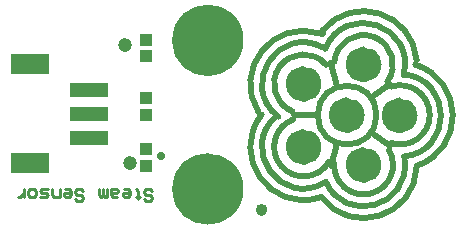
<source format=gts>
%FSLAX23Y23*%
%MOIN*%
G70*
G01*
G75*
G04 Layer_Color=8388736*
%ADD10R,0.035X0.031*%
%ADD11R,0.118X0.059*%
%ADD12R,0.118X0.039*%
%ADD13C,0.010*%
%ADD14C,0.236*%
%ADD15C,0.039*%
%ADD16C,0.020*%
%ADD17C,0.000*%
%ADD18C,0.000*%
%ADD19C,0.059*%
%ADD20C,0.020*%
%ADD21C,0.004*%
%ADD22R,0.043X0.039*%
%ADD23R,0.126X0.067*%
%ADD24R,0.126X0.047*%
%ADD25C,0.028*%
%ADD26C,0.047*%
D13*
X454Y122D02*
X460Y116D01*
X473D01*
X480Y122D01*
Y129D01*
X473Y135D01*
X460D01*
X454Y142D01*
Y148D01*
X460Y155D01*
X473D01*
X480Y148D01*
X434Y122D02*
Y129D01*
X441D01*
X428D01*
X434D01*
Y148D01*
X428Y155D01*
X388D02*
X401D01*
X408Y148D01*
Y135D01*
X401Y129D01*
X388D01*
X382Y135D01*
Y142D01*
X408D01*
X362Y129D02*
X349D01*
X342Y135D01*
Y155D01*
X362D01*
X368Y148D01*
X362Y142D01*
X342D01*
X329Y155D02*
Y129D01*
X323D01*
X316Y135D01*
Y155D01*
Y135D01*
X309Y129D01*
X303Y135D01*
Y155D01*
X224Y122D02*
X231Y116D01*
X244D01*
X250Y122D01*
Y129D01*
X244Y135D01*
X231D01*
X224Y142D01*
Y148D01*
X231Y155D01*
X244D01*
X250Y148D01*
X191Y155D02*
X204D01*
X211Y148D01*
Y135D01*
X204Y129D01*
X191D01*
X185Y135D01*
Y142D01*
X211D01*
X172Y155D02*
Y129D01*
X152D01*
X145Y135D01*
Y155D01*
X132D02*
X113D01*
X106Y148D01*
X113Y142D01*
X126D01*
X132Y135D01*
X126Y129D01*
X106D01*
X86Y155D02*
X73D01*
X67Y148D01*
Y135D01*
X73Y129D01*
X86D01*
X93Y135D01*
Y148D01*
X86Y155D01*
X54Y129D02*
Y155D01*
Y142D01*
X47Y135D01*
X41Y129D01*
X34D01*
D14*
X665Y155D02*
D03*
Y650D02*
D03*
D15*
X754Y155D02*
D03*
X728Y92D02*
D03*
X665Y66D02*
D03*
X602Y92D02*
D03*
X576Y155D02*
D03*
X665Y244D02*
D03*
X728Y218D02*
D03*
X602D02*
D03*
Y713D02*
D03*
X728D02*
D03*
X665Y739D02*
D03*
X576Y650D02*
D03*
X602Y587D02*
D03*
X665Y561D02*
D03*
X728Y587D02*
D03*
X754Y650D02*
D03*
D16*
X895Y400D02*
D03*
D19*
X754Y155D02*
G03*
X754Y155I-89J0D01*
G01*
Y650D02*
G03*
X754Y650I-89J0D01*
G01*
X1215Y235D02*
G03*
X1215Y235I-30J0D01*
G01*
X1015Y295D02*
G03*
X1015Y295I-30J0D01*
G01*
Y505D02*
G03*
X1015Y505I-30J0D01*
G01*
X1215Y570D02*
G03*
X1215Y570I-30J0D01*
G01*
X1335Y400D02*
G03*
X1335Y400I-30J0D01*
G01*
X1159Y401D02*
G03*
X1159Y401I-30J0D01*
G01*
D20*
X1362Y232D02*
G03*
X1357Y569I-57J168D01*
G01*
X1043Y129D02*
G03*
X1362Y231I142J106D01*
G01*
X845Y403D02*
G03*
X1038Y126I140J-108D01*
G01*
X1041Y673D02*
G03*
X835Y411I-56J-168D01*
G01*
X1362Y584D02*
G03*
X1048Y682I-177J-14D01*
G01*
X1320Y263D02*
G03*
X1318Y537I-15J137D01*
G01*
X1059Y179D02*
G03*
X1322Y250I126J56D01*
G01*
X897Y401D02*
G03*
X1057Y178I88J-106D01*
G01*
X1051Y626D02*
G03*
X901Y396I-66J-121D01*
G01*
X1318Y534D02*
G03*
X1057Y622I-133J36D01*
G01*
X1277Y308D02*
G03*
X1277Y495I30J94D01*
G01*
X1087Y240D02*
G03*
X1270Y285I98J-5D01*
G01*
X951Y387D02*
G03*
X1070Y245I34J-92D01*
G01*
X1060Y569D02*
G03*
X948Y414I-75J-64D01*
G01*
X1264Y512D02*
G03*
X1087Y579I-79J58D01*
G01*
X1228Y401D02*
G03*
X1228Y401I-98J0D01*
G01*
X855Y85D02*
G03*
X855Y85I-10J0D01*
G01*
X1213Y341D02*
X1273Y297D01*
X1075Y233D02*
X1098Y304D01*
X952Y401D02*
X1030Y401D01*
X1075Y570D02*
X1098Y498D01*
X1213Y461D02*
X1273Y506D01*
D21*
Y508D01*
D22*
X460Y458D02*
D03*
Y402D02*
D03*
Y653D02*
D03*
Y597D02*
D03*
X460Y232D02*
D03*
Y288D02*
D03*
D23*
X73Y570D02*
D03*
Y240D02*
D03*
D24*
X270Y326D02*
D03*
Y484D02*
D03*
Y405D02*
D03*
Y326D02*
D03*
D25*
X510Y265D02*
D03*
X1045Y675D02*
D03*
X1075Y570D02*
D03*
X1185D02*
D03*
X1305Y400D02*
D03*
X1130D02*
D03*
X1185Y235D02*
D03*
X985Y295D02*
D03*
Y505D02*
D03*
D26*
X390Y635D02*
D03*
X405Y240D02*
D03*
M02*

</source>
